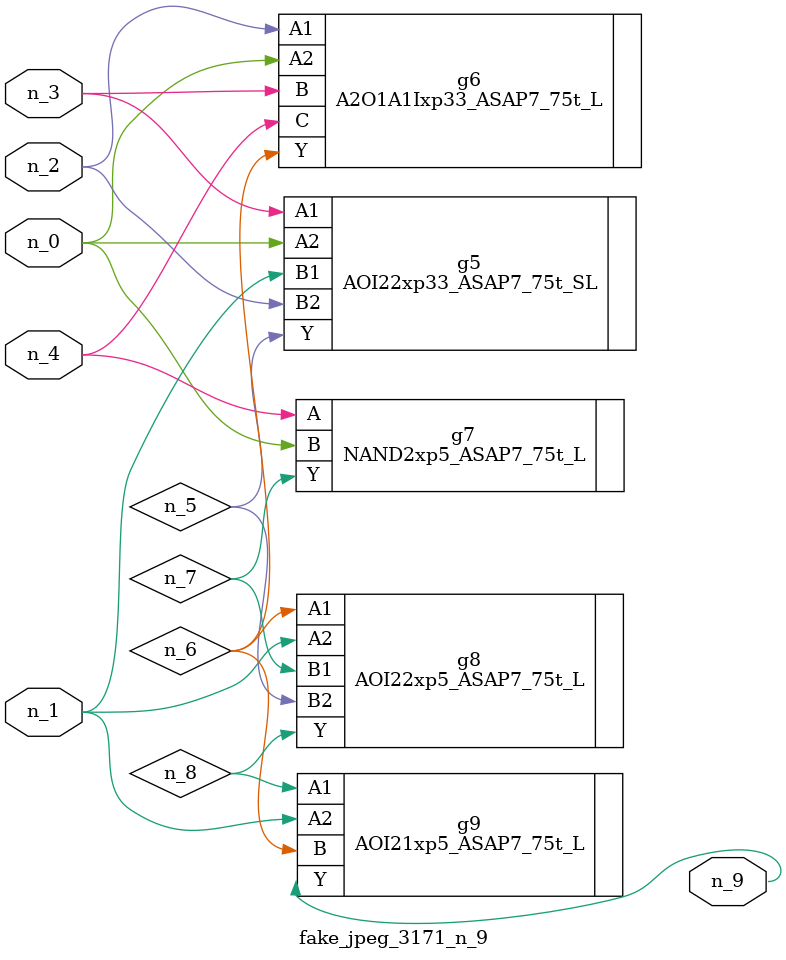
<source format=v>
module fake_jpeg_3171_n_9 (n_3, n_2, n_1, n_0, n_4, n_9);

input n_3;
input n_2;
input n_1;
input n_0;
input n_4;

output n_9;

wire n_8;
wire n_6;
wire n_5;
wire n_7;

AOI22xp33_ASAP7_75t_SL g5 ( 
.A1(n_3),
.A2(n_0),
.B1(n_1),
.B2(n_2),
.Y(n_5)
);

A2O1A1Ixp33_ASAP7_75t_L g6 ( 
.A1(n_2),
.A2(n_0),
.B(n_3),
.C(n_4),
.Y(n_6)
);

NAND2xp5_ASAP7_75t_L g7 ( 
.A(n_4),
.B(n_0),
.Y(n_7)
);

AOI22xp5_ASAP7_75t_L g8 ( 
.A1(n_6),
.A2(n_1),
.B1(n_7),
.B2(n_5),
.Y(n_8)
);

AOI21xp5_ASAP7_75t_L g9 ( 
.A1(n_8),
.A2(n_1),
.B(n_6),
.Y(n_9)
);


endmodule
</source>
